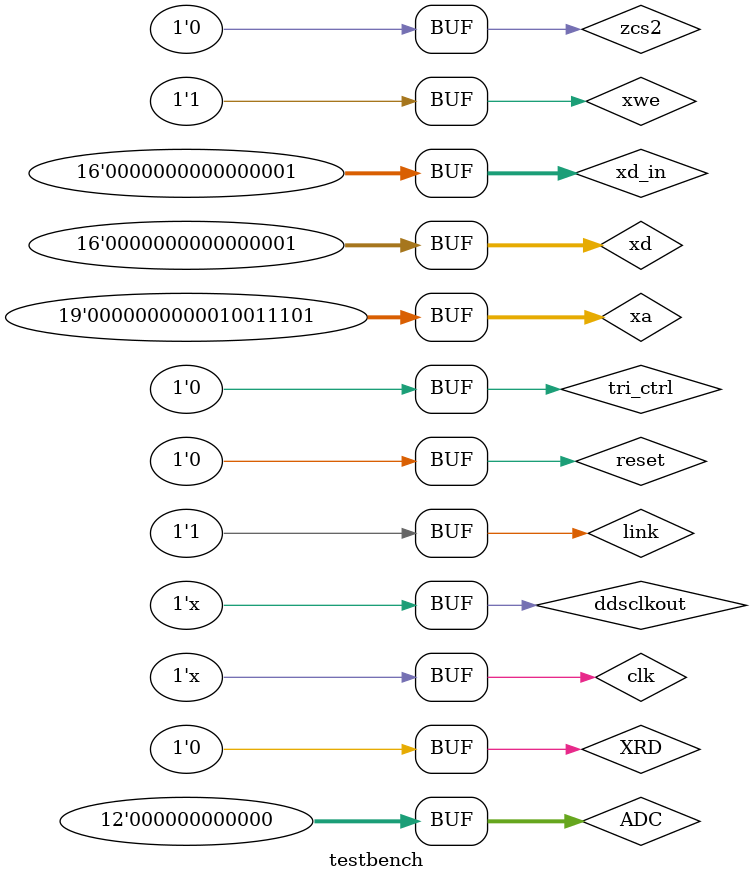
<source format=v>

`timescale 1ns/1ps

module testbench;

reg  zcs2;
reg  xwe;
reg  clk;
reg  ddsclkout;
reg  tri_ctrl;
reg  reset;
reg  [18:0] xa;
//reg code_en;
reg[11:0] ADC;
reg XRD;

wire  [15:0] xd;

//wire ddsfqud;
//wire ddsreset;
//wire ddswclk;
//wire ddsdata;

wire GLA;
wire rt_sw;
wire soft_dump;
wire sw_acq1;
wire sw_acq2;
wire pulse_start;
wire pd_pulse_en;
wire Q1Q8;
wire Q3Q6;
wire Q4Q5;
wire Q2Q7;
wire dumpon;
wire dumpoff;
wire calcuinter;
wire sigtimeup;
//wire k1;
//wire k2;
wire Acq_clk;
wire sd_acq_en;
wire s_acq180;
//wire relayclose_on;
wire cal_out;
wire interupt;


reg link;
reg [15:0] xd_in;
assign xd=link?xd_in:16'bzzzzzzzzzzzzzzzz;

initial
    begin
      zcs2 = 1'b0 ;              //0ÓÐÐ§
      xwe = 1'b0;                //ÉÏÉýÑØ¼ì²âµçÂ·
      clk = 1'b0;
      ddsclkout = 1'b0;
      tri_ctrl = 1'b0;           //0ÓÐÐ§
      reset = 1;
      link = 1;
      xa = 19'd0;
      xd_in = 16'd0;
//      code_en = 1'b0;

      XRD = 1'b0;
      ADC = 12'd0;
    end

initial
    begin
      #500
        reset = 0;
      #500
        zcs2 = 1'b0 ;
        xwe = 1'b1;                //ÉÏÉýÑØ¼ì²âµçÂ·
        tri_ctrl = 1'b0;
//        code_en = 1'b1;
      
      #50
        xa = 'h0061;               //¸´Î»scaletop
      #50
        xa = 'h0062;               //½áÊø¸´Î»scaletop
      #50
        xa = 'h0008;               //½áÊø¸´Î»scaletop
      #50
        xa = 'h0009;               //½áÊø¸´Î»scantop
      #50
        xa = 'h000c;               //½áÊø¸´Î»noise
      #50
        xa = 'h000d;               //½áÊø¸´Î»noise
      #50
        xa = 'h0031;               //½áÊø¸´Î»state1ms
      #50
        xa = 'h0032;               //½áÊø¸´Î»state1ms
      #50
        xa = 'h0086;               //½áÊø¸´Î»pluse
      #50
        xa = 'h0087;               //½áÊø¸´Î»pluse

      #50
        xa = 'h0064;               //¹Ø±ÕÏà¹Ø
      #50
        xa = 'h0066;               //¹Ø±ÕÏà¹Ø
      #50
        xa = 'h0068;               //¹Ø±ÕÏà¹Ø
      #50
        xa = 'h006A;               //¹Ø±ÕÏà¹Ø
/***************************×°ÔØËùÓÐscale×´Ì¬»ú²ÎÊý*********************************/
      #50
        xa = 'h006e;
        xd_in = 16'd0;
      #50
        xa = 'h006d;
        xd_in = 16'd3400;    //plusetime90
      #50
        xa = 'h0065;       //Ê¹ÄÜload
      #50
        xa = 'h0066;       //È¡Ïûload
 
      #50
        xa = 'h006e;
        xd_in = 16'd1;
      #50
        xa = 'h006d;
        xd_in = 16'd5100;    //plusetime180
      #50
        xa = 'h0065;     //Ê¹ÄÜload
      #50
        xa = 'h0066;     //È¡Ïûload

      #50
        xa = 'h006e;
        xd_in = 16'd2;
      #50
        xa = 'h006d;
        xd_in = 16'd3140;    //dumptime
      #50
        xa = 'h0065;     //Ê¹ÄÜload
      #50
        xa = 'h0066;     //È¡Ïûload
 
      #50
        xa = 'h006e;
        xd_in = 16'd3;
      #50
        xa = 'h006d;
        xd_in = 16'd8000;    //s_dumptime
      #50
        xa = 'h0065;     //Ê¹ÄÜload
      #50
        xa = 'h0066;     //È¡Ïûload

      #50
        xa = 'h006e;
        xd_in = 16'd4;
      #50
        xa = 'h006d;
        xd_in = 16'd15000;    //cuttime90[15:0]
      #50
        xa = 'h0065;     //Ê¹ÄÜload
      #50
        xa = 'h0066;     //È¡Ïûload

      #50
        xa = 'h006e;
        xd_in = 16'd5;
      #50
        xa = 'h006d;
        xd_in = 16'd0;     //cuttime90[21:16]
      #50
        xa = 'h0065;     //Ê¹ÄÜload
      #50
        xa = 'h0066;     //È¡Ïûload

      #50
        xa = 'h006e;
        xd_in = 16'd6;
      #50
        xa = 'h006d;
        xd_in = 16'd25000;  //cuttime180[15:0]
      #50
        xa = 'h0065;     //Ê¹ÄÜload
      #50
        xa = 'h0066;     //È¡Ïûload

      #50
        xa = 'h006e;
        xd_in = 16'd7;
      #50
        xa = 'h006d;
        xd_in = 16'd0;     //cuttime180[21:16]
      #50
        xa = 'h0065;     //Ê¹ÄÜload
      #50
        xa = 'h0066;     //È¡Ïûload

      #50
        xa = 'h006e;
        xd_in = 16'd8;
      #50
        xa = 'h006d;
        xd_in = 16'd40000;    //opentime[15:0]
      #50
        xa = 'h0065;     //Ê¹ÄÜload
      #50
        xa = 'h0066;     //È¡Ïûload

      #50
        xa = 'h006e;
        xd_in = 16'd9;
      #50
        xa = 'h006d;
        xd_in = 16'd2;      //opentime[19:16]
      #50
        xa = 'h0065;     //Ê¹ÄÜload
      #50
        xa = 'h0066;     //È¡Ïûload

      #50
        xa = 'h006e;
        xd_in = 16'd10;
      #50
        xa = 'h006d;
        xd_in = 16'd2500;    //ACQTIME = 2500
      #50
        xa = 'h0065;     //Ê¹ÄÜload
      #50
        xa = 'h0066;     //È¡Ïûload

      #50
        xa = 'h006e;
        xd_in = 16'd11;
      #50
        xa = 'h006d;
        xd_in = 16'd6;    //NE_NUM = 20
      #50
        xa = 'h0065;     //Ê¹ÄÜload
      #50
        xa = 'h0066;     //È¡Ïûload

/*------------------×°ÔØ-FunctionParts ²É¼¯Ïà¹Ø²ÎÊý-----------------*/
      #50
        xa = 'h006e;
        xd_in = 16'd12;
      #50
        xa = 'h006d;
        xd_in = 16'd48;    //ACQ90_NUM = 48  °´6¸öÂö³åÀ´²É¼¯£¬¹«48¸öµã£¬É¾È¥Ç°Ãæ£¨30-6=24)*8=192¸öµã
      #50
        xa = 'h0065;     //Ê¹ÄÜload
      #50
        xa = 'h0066;     //È¡Ïûload

      #50
        xa = 'h006e;
        xd_in = 16'd13;
      #50
        xa = 'h006d;
        xd_in = 16'd88;    //ACQ180_NUM = 88 °´11¸öÂö³åÀ´²É¼¯£¬¹«88¸öµã£¬É¾È¥Ç°Ãæ(45-11)*8=272¸öµã
      #50
        xa = 'h0065;     //Ê¹ÄÜload
      #50
        xa = 'h0066;     //È¡Ïûload

      #50
        xa = 'h006e;
        xd_in = 16'd14;
      #50
        xa = 'h006d;
        xd_in = 16'd136;    //»Ø²¨²É¼¯¸öÊý£¬°³17¸öÂö³å¸öÊý²É¼¯£¬¹« 17*8 = 136
      #50
        xa = 'h0065;     //Ê¹ÄÜload
      #50
        xa = 'h0066;     //È¡Ïûload

      #50
        xa = 'h006e;
        xd_in = 16'd15;
      #50
        xa = 'h006d;
        xd_in = 16'd192;    //STRIPNUM90_NUM = 192
      #50
        xa = 'h0065;     //Ê¹ÄÜload
      #50
        xa = 'h0066;     //È¡Ïûload


      #50
        xa = 'h006e;
        xd_in = 16'd16;
      #50
        xa = 'h006d;
        xd_in = 16'd272;    //STRIPNUM180_NUM = 272
      #50
        xa = 'h0065;     //Ê¹ÄÜload
      #50
        xa = 'h0066;     //È¡Ïûload

/********************************s_periodnum ²ÎÊý*********************************/

      #50
        xa = 'h0026;
        xd_in = 16'd8;   //read_scan_parameterº¯ÊýÖÐ×°ÔØ
      #50
        xa = 'h0027;
        xd_in = 16'd1;   //scan_load = 1
      #50
        xa = 'h0028;
        xd_in = 16'd1;   //scan_load = 0

/*¡ª¡ª¡ª¡ª¡ª¡ª¡ª¡ª¡ª-------------ª¡DE parameters¡ª¡ª¡ª¡ª¡ª¡ª¡ª¡ª¡ª¡ª¡ª¡ª¡ª¡ª¡ª¡ª¡ª¡ª*/
      #50
        xa = 'h006e;
        xd_in = 16'd17;
      #50
        xa = 'h006d;
        xd_in = 16'd3;    //M_NUM = 0 ·¢ÉäCPMGÂö³å
      #50
        xa = 'h0065;     //Ê¹ÄÜload
      #50
        xa = 'h0066;     //È¡Ïûload

      #50
        xa = 'h006e;
        xd_in = 16'd18;
      #50
        xa = 'h006d;
        xd_in = 16'd50000;    //CUTTIME180_TEL[15:0] = 50000
      #50
        xa = 'h0065;     //Ê¹ÄÜload
      #50
        xa = 'h0066;     //È¡Ïûload

      #50
        xa = 'h006e;
        xd_in = 16'd19;
      #50
        xa = 'h006d;
        xd_in = 16'd0;    //CUTTIME180_TEL[21:16]
      #50
        xa = 'h0065;     //Ê¹ÄÜload
      #50
        xa = 'h0066;     //È¡Ïûload

      #50
        xa = 'h006e;
        xd_in = 16'd20;
      #50
        xa = 'h006d;
        xd_in = 16'd40000;    //OPENTIME_TEL[15:0]  ²»±ä
      #50
        xa = 'h0065;     //Ê¹ÄÜload
      #50
        xa = 'h0066;     //È¡Ïûload

      #50
        xa = 'h006e;
        xd_in = 16'd21;
      #50
        xa = 'h006d;
        xd_in = 16'd2;    //OPENTIME_TEL[21:16]
      #50
        xa = 'h0065;     //Ê¹ÄÜload
      #50
        xa = 'h0066;     //È¡Ïûload

      #50
        xa = 'h006e;
        xd_in = 16'd22;
      #50
        xa = 'h006d;
        xd_in = 16'd35000;    //CUTTIME180_Tini[15:0]  35000
      #50
        xa = 'h0065;     //Ê¹ÄÜload
      #50
        xa = 'h0066;     //È¡Ïûload

      #50
        xa = 'h006e;
        xd_in = 16'd23;
      #50
        xa = 'h006d;
        xd_in = 16'd0;    //CUTTIME180_Tini[21:16]
      #50
        xa = 'h0065;     //Ê¹ÄÜload
      #50
        xa = 'h0066;     //È¡Ïûload


/********************************×°ÔØpd_pluse_top²ÎÊý*******************************/
      #50
        xa = 'h00A4;
        xd_in = 16'd1;  
      #50
        xa = 'h00A5;
        xd_in = 16'd136; //
      #50
        xa = 'h00A6;     //Ê¹ÄÜload
      #50
        xa = 'h00A7;     //È¡Ïûload

      #50
        xa = 'h00A4;
        xd_in = 16'd2;   
      #50
        xa = 'h00A5;
        xd_in = 16'd1100; 
      #50
        xa = 'h00A6;     //Ê¹ÄÜload
      #50
        xa = 'h00A7;     //È¡Ïûload

      #50
        xa = 'h00A4;
        xd_in = 16'd3;   
      #50
        xa = 'h00A5;
        xd_in = 16'd1582; 
      #50
        xa = 'h00A6;     //Ê¹ÄÜload
      #50
        xa = 'h00A7;     //È¡Ïûload

/******************************×°ÔØbridge_div PLUSE²ÎÊý*******************************/

      #50
        xa = 'h006F;
        xd_in = 16'd20725;    //PLUSE Ä£¿é È·¶¨ Q1Q8 ºÍ Q3Q6 Âö³å¿í¶È 20
      #50
        xa = 'h0067;     //Ê¹ÄÜload
      #50
        xa = 'h0068;     //È¡Ïûload

      #50
        xa = 'h0070;
        xd_in = 16'd32;    //32 ¾ö¶¨°ëÆµÂö³å¸öÊý 32/8=4
      #50
        xa = 'h0067;     //Ê¹ÄÜload
      #50
        xa = 'h0068;     //È¡Ïûload

      #50
        xa = 'h0073;
        xd_in = 16'd36;    //36 0x100100 = 36 bridge_div Ä£¿é²ÎÊý
      #50
        xa = 'h0067;     //Ê¹ÄÜload
      #50
        xa = 'h0068;     //È¡Ïûload

/*************************************×°ÔØdump²ÎÊý*************************************/
      #50
        xa = 'h0071;
        xd_in = 16'd0;
      #50
        xa = 'h0072;
        xd_in = 16'd280;    //
      #50
        xa = 'h0069;     //Ê¹ÄÜload
      #50
        xa = 'h006A;     //È¡Ïûload

      #50
        xa = 'h0071;
        xd_in = 16'd1;
      #50
        xa = 'h0072;
        xd_in = 16'd380;    //
      #50
        xa = 'h0069;     //Ê¹ÄÜload
      #50
        xa = 'h006A;     //È¡Ïûload

      #50
        xa = 'h0071;
        xd_in = 16'd2;
      #50
        xa = 'h0072;
        xd_in = 16'd660;    //
      #50
        xa = 'h0069;     //Ê¹ÄÜload
      #50
        xa = 'h006A;     //È¡Ïûload

      #50
        xa = 'h0071;
        xd_in = 16'd3;
      #50
        xa = 'h0072;
        xd_in = 16'd760;    //
      #50
        xa = 'h0069;     //Ê¹ÄÜload
      #50
        xa = 'h006A;     //È¡Ïûload

      #50
        xa = 'h0071;
        xd_in = 16'd4;
      #50
        xa = 'h0072;
        xd_in = 16'd1040;    //
      #50
        xa = 'h0069;     //Ê¹ÄÜload
      #50
        xa = 'h006A;     //È¡Ïûload

      #50
        xa = 'h0071;
        xd_in = 16'd5;
      #50
        xa = 'h0072;
        xd_in = 16'd3040;    //
      #50
        xa = 'h0069;     //Ê¹ÄÜload
      #50
        xa = 'h006A;     //È¡Ïûload


/*******************************SD Ä£¿é²ÎÊýÅäÖÃ**********************************/
      #50
        xa = 'h0074;
        xd_in = 16'd1;  
      #50
        xa = 'h0075;
        xd_in = 16'd139; //   SD²ÎÊý1
      #50
        xa = 'h0076;     //Ê¹ÄÜload
      #50
        xa = 'h0077;     //È¡Ïûload

      #50
        xa = 'h0074;
        xd_in = 16'd2;  
      #50
        xa = 'h0075;
        xd_in = 16'd1103; //   SD²ÎÊý2
      #50
        xa = 'h0076;     //Ê¹ÄÜload
      #50
        xa = 'h0077;     //È¡Ïûload

      #50
        xa = 'h0074;
        xd_in = 16'd3;  
      #50
        xa = 'h0075;
        xd_in = 16'd1585; //   SD²ÎÊý3
      #50
        xa = 'h0076;     //Ê¹ÄÜload
      #50
        xa = 'h0077;     //È¡Ïûload

      #50
        xa = 'h0074;
        xd_in = 16'd4;  
      #50
        xa = 'h0075;
        xd_in = 16'd9777; //   SD²ÎÊý4µÍÎ»
      #50
        xa = 'h0076;     //Ê¹ÄÜload
      #50
        xa = 'h0077;     //È¡Ïûload

      #50
        xa = 'h0074;
        xd_in = 16'd5;  
      #50
        xa = 'h0075;
        xd_in = 16'd0; //   SD²ÎÊý4¸ßÎ»
      #50
        xa = 'h0076;     //Ê¹ÄÜload
      #50
        xa = 'h0077;     //È¡Ïûload

      #50
        xa = 'h0074;
        xd_in = 16'd6;  
      #50
        xa = 'h0075;
        xd_in = 16'd10377; //   SD²ÎÊý5µÍÎ»
      #50
        xa = 'h0076;     //Ê¹ÄÜload
      #50
        xa = 'h0077;     //È¡Ïûload

      #50
        xa = 'h0074;
        xd_in = 16'd7;  
      #50
        xa = 'h0075;
        xd_in = 16'd0; //   SD²ÎÊý5¸ßÎ»
      #50
        xa = 'h0076;     //Ê¹ÄÜload
      #50
        xa = 'h0077;     //È¡Ïûload


      #50
        xa = 'h0074;
        xd_in = 16'd8;  
      #50
        xa = 'h0075;
        xd_in = 16'd10777; //   SD²ÎÊý6µÍÎ»
      #50
        xa = 'h0076;     //Ê¹ÄÜload
      #50
        xa = 'h0077;     //È¡Ïûload

      #50
        xa = 'h0074;
        xd_in = 16'd9;  
      #50
        xa = 'h0075;
        xd_in = 16'd1; //   SD²ÎÊý6¸ßÎ»
      #50
        xa = 'h0076;     //Ê¹ÄÜload
      #50
        xa = 'h0077;     //È¡Ïûload10
      #50
        xa = 'h0074;
        xd_in = 16'd10;  
      #50
        xa = 'h0075;
        xd_in = 16'd11377; //   SD²ÎÊý7µÍÎ»
      #50
        xa = 'h0076;     //Ê¹ÄÜload
      #50
        xa = 'h0077;     //È¡Ïûload

      #50
        xa = 'h0074;
        xd_in = 16'd11;  
      #50
        xa = 'h0075;
        xd_in = 16'd1; //   SD²ÎÊý7¸ßÎ»
      #50
        xa = 'h0076;     //Ê¹ÄÜload
      #50
        xa = 'h0077;     //È¡Ïûload

/*********************************×°ÔØPAPS²ÎÊý*****************************/
     
      #50
        xa = 'h006b;  //pn_change = 1


/************************************¿ª¹Ø¿ØÖÆ***********************************/
      #50
        xa = 'h0060;     //change = 1
        xd_in = 16'd1;

      #50
        xa = 'h0082;     //pluse_scale = 1

      #50
        xa = 'h0005;     //n_s_ctrl = 0

      #50
        xa = 'h0033;     //state_1ms_choice¿ª¹Ø

/************************************Æô¶¯***********************************/
      #50
        xa = 'h0063;     //Æô¶¯
      #50
        xa = 'h009D;     //Æô¶¯  clk_en
    end

always 
    #17.635 ddsclkout <= !ddsclkout; // ÉèÖÃ¹¤×÷ÆµÂÊ886KHz£¬ddsÊ±ÖÓ28.352MHz
always 
    #12.5 clk <= !clk;

NMR_TOP NMR_TOP_0
(
.zcs2(zcs2),
.xwe(xwe),
.OCX40MHz(clk),
.GLA(GLA),
.ddsclkout(ddsclkout),
.tri_ctrl(tri_ctrl),
.gpio(reset),
.xa(xa),
.xd(xd),
//.code_en(code_en),
.ADC(ADC),
.XRD(XRD),

//.ddsfqud(ddsfqud),
//.ddsreset(ddsreset),
//.ddswclk(ddswclk),
//.ddsdata(ddsdata),
.rt_sw(rt_sw),
.soft_dump(soft_dump),
.sw_acq1(sw_acq1),
.sw_acq2(sw_acq2),
.pulse_start(pulse_start),
.pd_pulse_en(pd_pulse_en),
.Q1Q8(Q1Q8),
.Q3Q6(Q3Q6),
.Q4Q5(Q4Q5),
.Q2Q7(Q2Q7),
.dumpon(dumpon),
.dumpoff(dumpoff),
.calcuinter(calcuinter),
.sigtimeup(sigtimeup),
//.k1(k1),
//.k2(k2),
.Acq_clk(Acq_clk),
.sd_acq_en(sd_acq_en),
.s_acq180(s_acq180),
//.relayclose_on(relayclose_on),
.cal_out(cal_out),
.interupt(interupt)
);

endmodule
</source>
